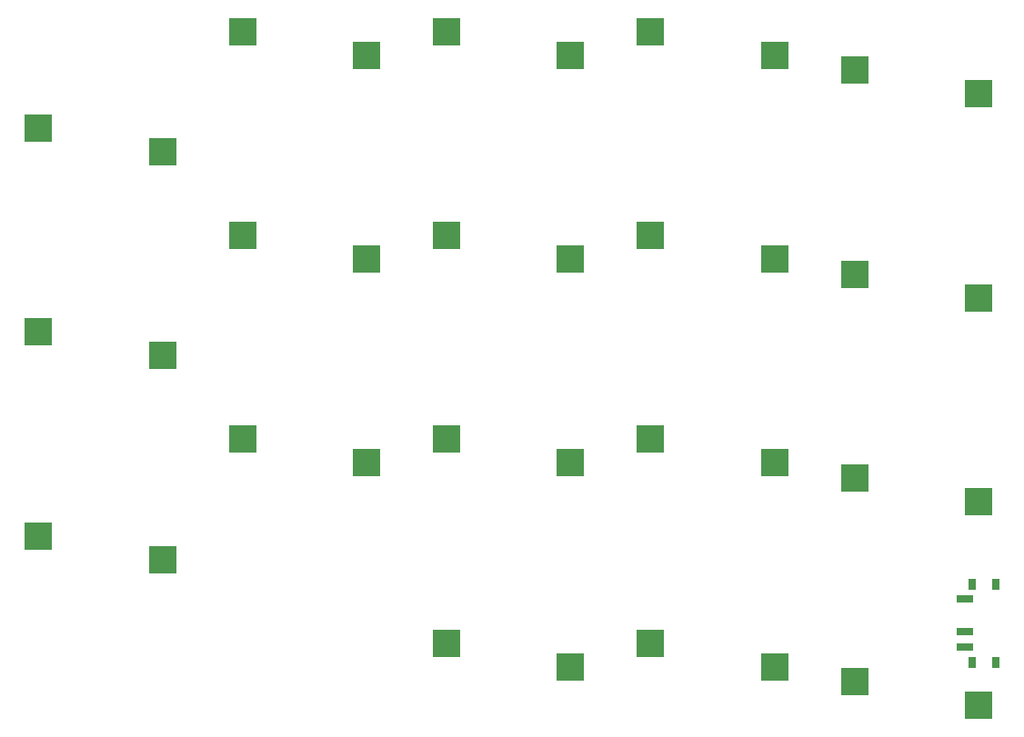
<source format=gbr>
%TF.GenerationSoftware,KiCad,Pcbnew,7.0.7*%
%TF.CreationDate,2023-11-30T20:13:54-05:00*%
%TF.ProjectId,pcb,7063622e-6b69-4636-9164-5f7063625858,v1.0.0*%
%TF.SameCoordinates,Original*%
%TF.FileFunction,Paste,Bot*%
%TF.FilePolarity,Positive*%
%FSLAX46Y46*%
G04 Gerber Fmt 4.6, Leading zero omitted, Abs format (unit mm)*
G04 Created by KiCad (PCBNEW 7.0.7) date 2023-11-30 20:13:54*
%MOMM*%
%LPD*%
G01*
G04 APERTURE LIST*
%ADD10R,2.600000X2.600000*%
%ADD11R,0.800000X1.000000*%
%ADD12R,1.500000X0.700000*%
G04 APERTURE END LIST*
D10*
%TO.C,S16*%
X72725000Y30350000D03*
X84275000Y28150000D03*
%TD*%
%TO.C,S2*%
X-3275000Y43950000D03*
X8275000Y41750000D03*
%TD*%
%TO.C,S11*%
X53725000Y14950000D03*
X65275000Y12750000D03*
%TD*%
%TO.C,S12*%
X53725000Y33950000D03*
X65275000Y31750000D03*
%TD*%
%TO.C,S4*%
X15725000Y33950000D03*
X27275000Y31750000D03*
%TD*%
%TO.C,S17*%
X72725000Y49350000D03*
X84275000Y47150000D03*
%TD*%
%TO.C,S14*%
X53725000Y71950000D03*
X65275000Y69750000D03*
%TD*%
%TO.C,S8*%
X34725000Y33950000D03*
X46275000Y31750000D03*
%TD*%
%TO.C,S5*%
X15725000Y52950000D03*
X27275000Y50750000D03*
%TD*%
%TO.C,S10*%
X34725000Y71950000D03*
X46275000Y69750000D03*
%TD*%
%TO.C,S1*%
X-3275000Y24950000D03*
X8275000Y22750000D03*
%TD*%
%TO.C,S13*%
X53725000Y52950000D03*
X65275000Y50750000D03*
%TD*%
%TO.C,S18*%
X72725000Y68350000D03*
X84275000Y66150000D03*
%TD*%
%TO.C,S9*%
X34725000Y52950000D03*
X46275000Y50750000D03*
%TD*%
%TO.C,S15*%
X72725000Y11350000D03*
X84275000Y9150000D03*
%TD*%
%TO.C,S6*%
X15725000Y71950000D03*
X27275000Y69750000D03*
%TD*%
D11*
%TO.C,*%
X83645000Y13175000D03*
X85855000Y13175000D03*
X83645000Y20475000D03*
X85855000Y20475000D03*
D12*
X82995000Y19075000D03*
X82995000Y16075000D03*
X82995000Y14575000D03*
%TD*%
D10*
%TO.C,S3*%
X-3275000Y62950000D03*
X8275000Y60750000D03*
%TD*%
%TO.C,S7*%
X34725000Y14950000D03*
X46275000Y12750000D03*
%TD*%
M02*

</source>
